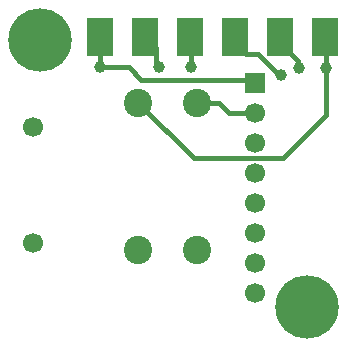
<source format=gbl>
G04*
G04 #@! TF.GenerationSoftware,Altium Limited,Altium Designer,21.9.2 (33)*
G04*
G04 Layer_Physical_Order=2*
G04 Layer_Color=16711680*
%FSLAX25Y25*%
%MOIN*%
G70*
G04*
G04 #@! TF.SameCoordinates,977259B3-0B2F-49BC-815A-F7E1FA794F82*
G04*
G04*
G04 #@! TF.FilePolarity,Positive*
G04*
G01*
G75*
%ADD12R,0.08858X0.12795*%
%ADD19C,0.01500*%
%ADD20C,0.21102*%
%ADD21C,0.09449*%
%ADD22R,0.06693X0.06693*%
%ADD23C,0.06693*%
%ADD24C,0.03937*%
D12*
X107205Y102165D02*
D03*
X92205D02*
D03*
X77205D02*
D03*
X62205D02*
D03*
X47205D02*
D03*
X32205D02*
D03*
D19*
X65537Y80197D02*
X71908D01*
X75373Y76732D01*
X63403Y61900D02*
X81687D01*
X44935Y80368D02*
X63403Y61900D01*
X93239D02*
X107563Y76225D01*
X81751Y61836D02*
X85808D01*
X85872Y61900D01*
X81687D02*
X81751Y61836D01*
X85872Y61900D02*
X93239D01*
X107500Y91900D02*
Y101870D01*
X107563Y76225D02*
Y91837D01*
X107500Y91900D02*
X107563Y91837D01*
X107205Y102165D02*
X107500Y101870D01*
X98234Y92366D02*
X98700Y91900D01*
X92205Y100197D02*
Y102165D01*
Y100197D02*
X98234Y94168D01*
Y92366D02*
Y94168D01*
X77205Y100197D02*
X80884Y96518D01*
X84834D02*
X91751Y89600D01*
X92400D01*
X77205Y100197D02*
Y102165D01*
X80884Y96518D02*
X84834D01*
X62400Y92300D02*
Y101970D01*
X62205Y102165D02*
X62400Y101970D01*
X50884Y93876D02*
Y98486D01*
X52000Y92100D02*
Y92760D01*
X47205Y102165D02*
X50884Y98486D01*
Y93876D02*
X52000Y92760D01*
X32200Y102161D02*
X32205Y102165D01*
X32200Y92100D02*
Y102161D01*
Y92100D02*
X41800D01*
X46026Y87874D02*
X81102D01*
X41800Y92100D02*
X46026Y87874D01*
X75373Y76732D02*
X83780D01*
X88526Y106299D02*
X92205Y102620D01*
Y102165D02*
Y102620D01*
X77205Y102165D02*
Y102856D01*
X73526Y106535D02*
X77205Y102856D01*
D20*
X12205Y101295D02*
D03*
X101299Y12205D02*
D03*
D21*
X44935Y80368D02*
D03*
Y31155D02*
D03*
X64620D02*
D03*
Y80368D02*
D03*
D22*
X83780Y86732D02*
D03*
D23*
Y76732D02*
D03*
Y66732D02*
D03*
Y56732D02*
D03*
Y46732D02*
D03*
Y36732D02*
D03*
Y26732D02*
D03*
Y16732D02*
D03*
X9961Y72244D02*
D03*
Y33661D02*
D03*
D24*
X107500Y91900D02*
D03*
X98700D02*
D03*
X52000Y92100D02*
D03*
X62400Y92300D02*
D03*
X32200Y92100D02*
D03*
X92400Y89600D02*
D03*
M02*

</source>
